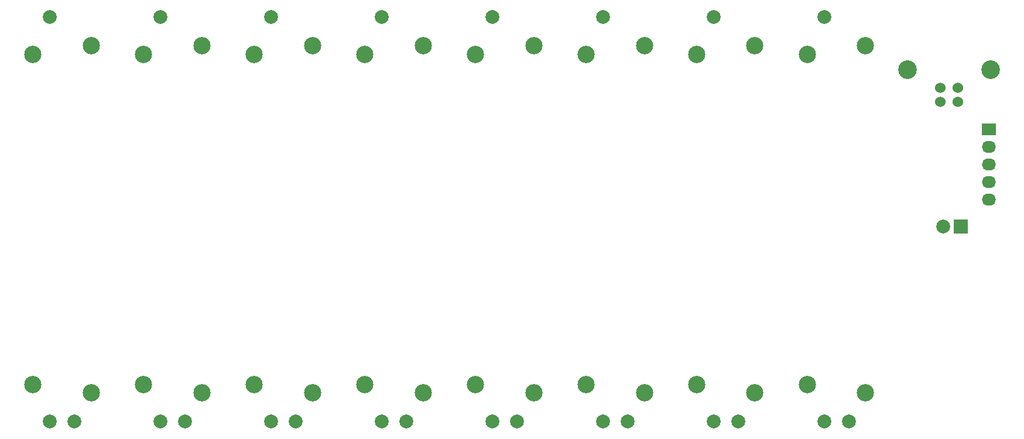
<source format=gbs>
G04 #@! TF.FileFunction,Soldermask,Bot*
%FSLAX46Y46*%
G04 Gerber Fmt 4.6, Leading zero omitted, Abs format (unit mm)*
G04 Created by KiCad (PCBNEW 4.0.2-stable) date 2016 July 30, Saturday 23:08:24*
%MOMM*%
G01*
G04 APERTURE LIST*
%ADD10C,0.100000*%
%ADD11R,2.000000X2.000000*%
%ADD12C,2.000000*%
%ADD13C,1.524000*%
%ADD14C,2.700020*%
%ADD15R,2.032000X1.727200*%
%ADD16O,2.032000X1.727200*%
%ADD17C,2.500000*%
G04 APERTURE END LIST*
D10*
D11*
X188000000Y-83000000D03*
D12*
X185460000Y-83000000D03*
D13*
X187540000Y-65000000D03*
X185000000Y-65000000D03*
X185000000Y-63001020D03*
X187540000Y-63001020D03*
D14*
X192269480Y-60301000D03*
X180270520Y-60301000D03*
D15*
X192000000Y-69000000D03*
D16*
X192000000Y-71540000D03*
X192000000Y-74080000D03*
X192000000Y-76620000D03*
X192000000Y-79160000D03*
D17*
X62200000Y-107100000D03*
X62200000Y-56900000D03*
X53800000Y-58100000D03*
D12*
X56250000Y-52750000D03*
X59750000Y-111250000D03*
X56250000Y-111250000D03*
D17*
X53800000Y-105900000D03*
X78200000Y-107100000D03*
X78200000Y-56900000D03*
X69800000Y-58100000D03*
D12*
X72250000Y-52750000D03*
X75750000Y-111250000D03*
X72250000Y-111250000D03*
D17*
X69800000Y-105900000D03*
X94200000Y-107100000D03*
X94200000Y-56900000D03*
X85800000Y-58100000D03*
D12*
X88250000Y-52750000D03*
X91750000Y-111250000D03*
X88250000Y-111250000D03*
D17*
X85800000Y-105900000D03*
X110200000Y-107100000D03*
X110200000Y-56900000D03*
X101800000Y-58100000D03*
D12*
X104250000Y-52750000D03*
X107750000Y-111250000D03*
X104250000Y-111250000D03*
D17*
X101800000Y-105900000D03*
X126200000Y-107100000D03*
X126200000Y-56900000D03*
X117800000Y-58100000D03*
D12*
X120250000Y-52750000D03*
X123750000Y-111250000D03*
X120250000Y-111250000D03*
D17*
X117800000Y-105900000D03*
X142200000Y-107100000D03*
X142200000Y-56900000D03*
X133800000Y-58100000D03*
D12*
X136250000Y-52750000D03*
X139750000Y-111250000D03*
X136250000Y-111250000D03*
D17*
X133800000Y-105900000D03*
X158200000Y-107100000D03*
X158200000Y-56900000D03*
X149800000Y-58100000D03*
D12*
X152250000Y-52750000D03*
X155750000Y-111250000D03*
X152250000Y-111250000D03*
D17*
X149800000Y-105900000D03*
X174200000Y-107100000D03*
X174200000Y-56900000D03*
X165800000Y-58100000D03*
D12*
X168250000Y-52750000D03*
X171750000Y-111250000D03*
X168250000Y-111250000D03*
D17*
X165800000Y-105900000D03*
M02*

</source>
